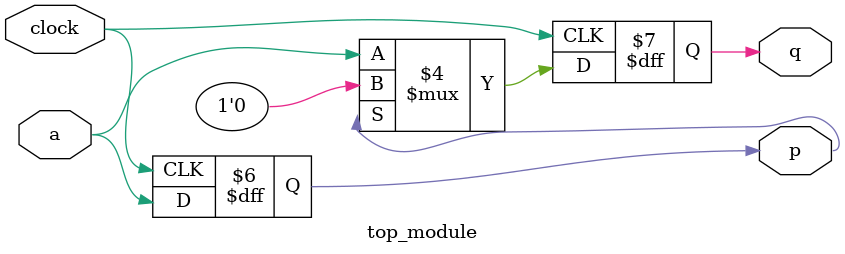
<source format=sv>
module top_module (
    input clock,
    input a, 
    output reg p,
    output reg q
);

always @(posedge clock) begin
    // Update p
    p <= a;

    // Update q
    if (p == 1) begin
        q <= 0;
    end else begin
        q <= a;
    end
end

endmodule

</source>
